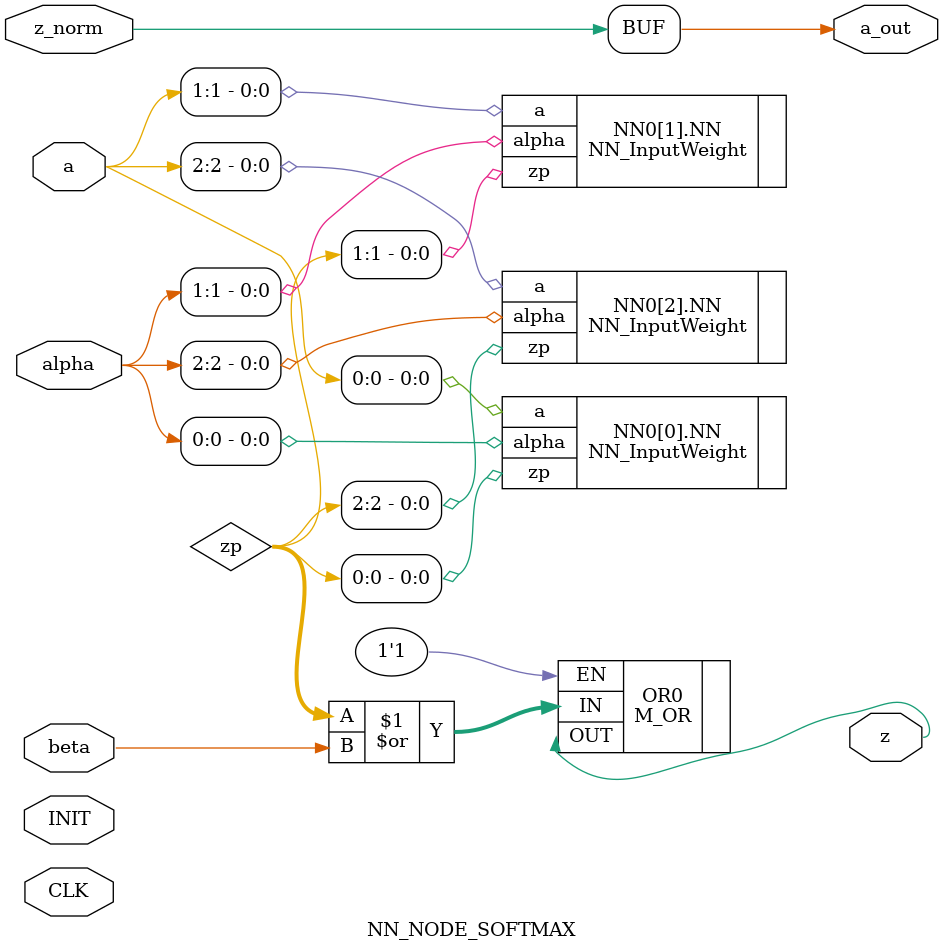
<source format=v>



module NN_NODE_SOFTMAX(a,alpha,beta,z,z_norm,a_out,CLK,INIT);

parameter N = 3;
parameter MEMSIZE = 6;

input CLK, INIT;
input [N-1:0] a,alpha;
input beta,z_norm;

output a_out,z;

wire [N-1:0] zp;
wire z;

genvar n;
generate 
	for (n=0; n<N;n=n+1) begin : NN0
		NN_InputWeight NN (.a(a[n]),.alpha(alpha[n]),.zp(zp[n]));
	end
endgenerate

M_OR OR0(.EN(1'b1),.IN(zp|beta),.OUT(z));
defparam OR0.N = N;

//BURST BURST0(.IN(z_norm),.OUT(a_out),.CLK(CLK),.INIT(INIT));
//defparam BURST0.MEMSIZE = MEMSIZE;

assign a_out = z_norm;

endmodule
</source>
